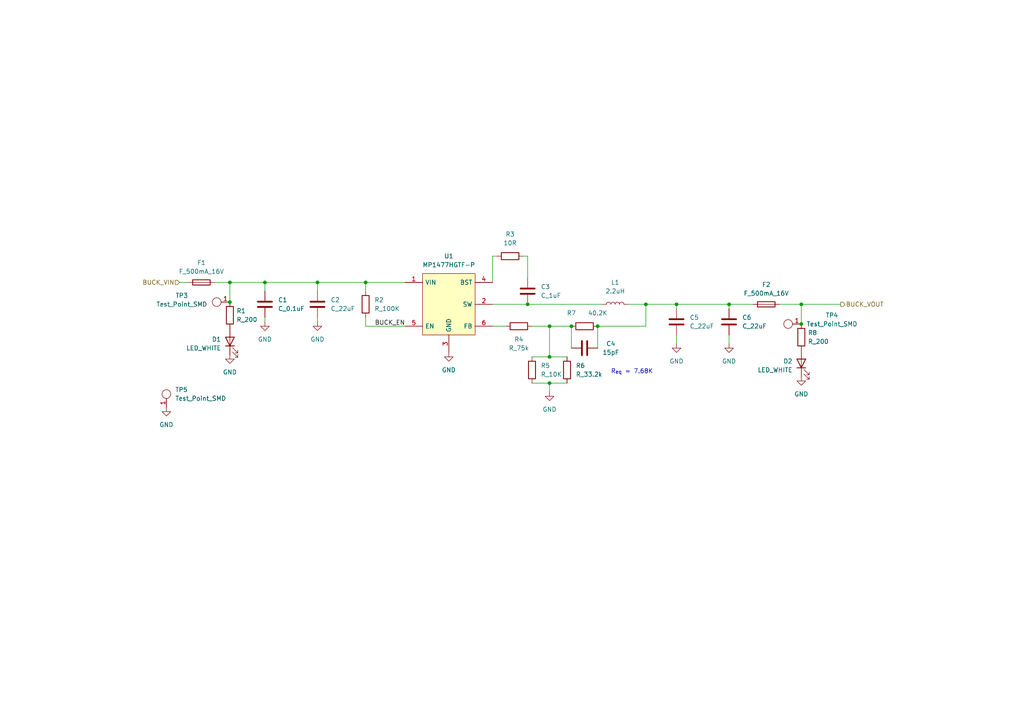
<source format=kicad_sch>
(kicad_sch (version 20211123) (generator eeschema)
  (paper "A4")
  (lib_symbols
    (symbol "Device:C" (pin_numbers hide) (pin_names (offset 0.254))
      (property "Reference" "C" (at 0.635 2.54 0))
      (property "Value" "C" (at 0.635 -2.54 0))
      (symbol "C_0_1"
        (polyline (pts (xy -2.032 -0.762) (xy 2.032 -0.762)) (stroke (width 0.508)))
        (polyline (pts (xy -2.032 0.762) (xy 2.032 0.762)) (stroke (width 0.508)))
      )
      (symbol "C_1_1"
        (pin passive line (at 0 3.81 270) (length 2.794) (name "~") (number "1"))
        (pin passive line (at 0 -3.81 90) (length 2.794) (name "~") (number "2"))
      )
    )
    (symbol "Device:L" (pin_numbers hide) (pin_names (offset 1.016) hide)
      (property "Reference" "L" (at -1.27 0 90))
      (property "Value" "L" (at 1.905 0 90))
      (symbol "L_0_1"
        (arc (start 0 -2.54) (mid 0.635 -1.905) (end 0 -1.27))
        (arc (start 0 -1.27) (mid 0.635 -0.635) (end 0 0))
        (arc (start 0 0) (mid 0.635 0.635) (end 0 1.27))
        (arc (start 0 1.27) (mid 0.635 1.905) (end 0 2.54))
      )
      (symbol "L_1_1"
        (pin passive line (at 0 3.81 270) (length 1.27) (name "1") (number "1"))
        (pin passive line (at 0 -3.81 90) (length 1.27) (name "2") (number "2"))
      )
    )
    (symbol "Device:R" (pin_numbers hide) (pin_names (offset 0))
      (property "Reference" "R" (at 2.032 0 90))
      (property "Value" "R" (at 0 0 90))
      (symbol "R_0_1"
        (rectangle (start -1.016 -2.54) (end 1.016 2.54) (stroke (width 0.254)))
      )
      (symbol "R_1_1"
        (pin passive line (at 0 3.81 270) (length 1.27) (name "~") (number "1"))
        (pin passive line (at 0 -3.81 90) (length 1.27) (name "~") (number "2"))
      )
    )
    (symbol "GND_1" (power) (pin_names (offset 0))
      (property "Value" "GND_1" (at 0 -3.81 0))
      (symbol "GND_1_0_1"
        (polyline (pts (xy 0 0) (xy 0 -1.27) (xy 1.27 -1.27) (xy 0 -2.54) (xy -1.27 -1.27) (xy 0 -1.27)))
      )
      (symbol "GND_1_1_1"
        (pin power_in line (at 0 0 270) (length 0) hide (name "GND") (number "1"))
      )
    )
    (symbol "GND_2" (power) (pin_names (offset 0))
      (property "Value" "GND_2" (at 0 -3.81 0))
      (symbol "GND_2_0_1"
        (polyline (pts (xy 0 0) (xy 0 -1.27) (xy 1.27 -1.27) (xy 0 -2.54) (xy -1.27 -1.27) (xy 0 -1.27)))
      )
      (symbol "GND_2_1_1"
        (pin power_in line (at 0 0 270) (length 0) hide (name "GND") (number "1"))
      )
    )
    (symbol "OEM:LED_WHITE" (pin_numbers hide) (pin_names (offset 1.016) hide)
      (property "Reference" "D" (at 0 2.54 0))
      (property "Value" "LED_WHITE" (at 0 -2.54 0))
      (symbol "LED_WHITE_0_1"
        (polyline (pts (xy -1.27 -1.27) (xy -1.27 1.27)) (stroke (width 0.254)))
        (polyline (pts (xy -1.27 0) (xy 1.27 0)))
        (polyline (pts (xy 1.27 -1.27) (xy 1.27 1.27) (xy -1.27 0) (xy 1.27 -1.27)) (stroke (width 0.254)))
        (polyline (pts (xy -3.048 -0.762) (xy -4.572 -2.286) (xy -3.81 -2.286) (xy -4.572 -2.286) (xy -4.572 -1.524)))
        (polyline (pts (xy -1.778 -0.762) (xy -3.302 -2.286) (xy -2.54 -2.286) (xy -3.302 -2.286) (xy -3.302 -1.524)))
      )
      (symbol "LED_WHITE_1_1"
        (pin passive line (at -3.81 0 0) (length 2.54) (name "K") (number "1"))
        (pin passive line (at 3.81 0 180) (length 2.54) (name "A") (number "2"))
      )
    )
    (symbol "formula:C_0.1uF" (pin_numbers hide) (pin_names (offset 0.254))
      (property "Reference" "C" (at 0.635 2.54 0))
      (property "Value" "C_0.1uF" (at 0.635 -2.54 0))
      (symbol "C_0.1uF_0_1"
        (polyline (pts (xy -2.032 -0.762) (xy 2.032 -0.762)) (stroke (width 0.508)))
        (polyline (pts (xy -2.032 0.762) (xy 2.032 0.762)) (stroke (width 0.508)))
      )
      (symbol "C_0.1uF_1_1"
        (pin passive line (at 0 3.81 270) (length 2.794) (name "~") (number "1"))
        (pin passive line (at 0 -3.81 90) (length 2.794) (name "~") (number "2"))
      )
    )
    (symbol "formula:C_1uF" (pin_numbers hide) (pin_names (offset 0.254))
      (property "Reference" "C" (at 0.635 3.81 0))
      (property "Value" "C_1uF" (at 0.635 -1.27 0))
      (symbol "C_1uF_0_1"
        (polyline (pts (xy -2.032 0.508) (xy 2.032 0.508)) (stroke (width 0.508)))
        (polyline (pts (xy -2.032 2.032) (xy 2.032 2.032)) (stroke (width 0.508)))
      )
      (symbol "C_1uF_1_1"
        (pin passive line (at 0 5.08 270) (length 2.794) (name "~") (number "1"))
        (pin passive line (at 0 -2.54 90) (length 2.794) (name "~") (number "2"))
      )
    )
    (symbol "formula:C_22uF" (pin_numbers hide) (pin_names (offset 0.254))
      (property "Reference" "C" (at 0.635 2.54 0))
      (property "Value" "C_22uF" (at 0.635 -2.54 0))
      (symbol "C_22uF_0_1"
        (polyline (pts (xy -2.032 -0.762) (xy 2.032 -0.762)) (stroke (width 0.508)))
        (polyline (pts (xy -2.032 0.762) (xy 2.032 0.762)) (stroke (width 0.508)))
      )
      (symbol "C_22uF_1_1"
        (pin passive line (at 0 3.81 270) (length 2.794) (name "~") (number "1"))
        (pin passive line (at 0 -3.81 90) (length 2.794) (name "~") (number "2"))
      )
    )
    (symbol "formula:F_500mA_16V" (pin_numbers hide) (pin_names (offset 0))
      (property "Reference" "F" (at 2.032 0 90))
      (property "Value" "F_500mA_16V" (at -1.905 0 90))
      (symbol "F_500mA_16V_0_1"
        (rectangle (start -0.762 -2.54) (end 0.762 2.54) (stroke (width 0.254)))
        (polyline (pts (xy 0 2.54) (xy 0 -2.54)))
      )
      (symbol "F_500mA_16V_1_1"
        (pin passive line (at 0 3.81 270) (length 1.27) (name "~") (number "1"))
        (pin passive line (at 0 -3.81 90) (length 1.27) (name "~") (number "2"))
      )
    )
    (symbol "formula:MP1477HGTF-P" (pin_names (offset 0.762))
      (property "Reference" "U" (at -7.62 12.7 0))
      (property "Value" "MP1477HGTF-P" (at -7.62 10.16 0))
      (symbol "MP1477HGTF-P_0_0"
        (pin passive line (at -12.7 6.35 0) (length 5.08) (name "VIN") (number "1"))
        (pin passive line (at 12.7 0 180) (length 5.08) (name "SW") (number "2"))
        (pin passive line (at 0 -13.97 90) (length 5.08) (name "GND") (number "3"))
        (pin passive line (at 12.7 6.35 180) (length 5.08) (name "BST") (number "4"))
        (pin passive line (at -12.7 -6.35 0) (length 5.08) (name "EN") (number "5"))
        (pin passive line (at 12.7 -6.35 180) (length 5.08) (name "FB") (number "6"))
      )
      (symbol "MP1477HGTF-P_0_1"
        (polyline (pts (xy -7.62 8.89) (xy 7.62 8.89) (xy 7.62 -8.89) (xy -7.62 -8.89) (xy -7.62 8.89)) (stroke (width 0.1524)) (fill (type background)))
      )
    )
    (symbol "formula:R_100K" (pin_numbers hide) (pin_names (offset 0))
      (property "Reference" "R" (at 2.032 0 90))
      (property "Value" "R_100K" (at -2.54 0 90))
      (symbol "R_100K_0_1"
        (rectangle (start -1.016 -2.54) (end 1.016 2.54) (stroke (width 0.254)))
      )
      (symbol "R_100K_1_1"
        (pin passive line (at 0 3.81 270) (length 1.27) (name "~") (number "1"))
        (pin passive line (at 0 -3.81 90) (length 1.27) (name "~") (number "2"))
      )
    )
    (symbol "formula:R_10K" (pin_numbers hide) (pin_names (offset 0))
      (property "Reference" "R" (at 2.032 0 90))
      (property "Value" "R_10K" (at -2.54 0 90))
      (symbol "R_10K_0_1"
        (rectangle (start -1.016 -2.54) (end 1.016 2.54) (stroke (width 0.254)))
      )
      (symbol "R_10K_1_1"
        (pin passive line (at 0 3.81 270) (length 1.27) (name "~") (number "1"))
        (pin passive line (at 0 -3.81 90) (length 1.27) (name "~") (number "2"))
      )
    )
    (symbol "formula:R_200" (pin_numbers hide) (pin_names (offset 0))
      (property "Reference" "R" (at 2.032 0 90))
      (property "Value" "R_200" (at -2.54 0 90))
      (symbol "R_200_0_1"
        (rectangle (start -1.016 -2.54) (end 1.016 2.54) (stroke (width 0.254)))
      )
      (symbol "R_200_1_1"
        (pin passive line (at 0 3.81 270) (length 1.27) (name "~") (number "1"))
        (pin passive line (at 0 -3.81 90) (length 1.27) (name "~") (number "2"))
      )
    )
    (symbol "formula:R_33.2k" (pin_numbers hide) (pin_names (offset 0))
      (property "Reference" "R" (at 2.032 0 90))
      (property "Value" "R_33.2k" (at -2.54 0 90))
      (symbol "R_33.2k_0_1"
        (rectangle (start -1.016 -2.54) (end 1.016 2.54) (stroke (width 0.254)))
      )
      (symbol "R_33.2k_1_1"
        (pin passive line (at 0 3.81 270) (length 1.27) (name "~") (number "1"))
        (pin passive line (at 0 -3.81 90) (length 1.27) (name "~") (number "2"))
      )
    )
    (symbol "formula:R_75k" (pin_numbers hide) (pin_names (offset 0))
      (property "Reference" "R" (at 2.032 0 90))
      (property "Value" "R_75k" (at -2.54 0 90))
      (symbol "R_75k_0_1"
        (rectangle (start -1.016 -2.54) (end 1.016 2.54) (stroke (width 0.254)))
      )
      (symbol "R_75k_1_1"
        (pin passive line (at 0 3.81 270) (length 1.27) (name "~") (number "1"))
        (pin passive line (at 0 -3.81 90) (length 1.27) (name "~") (number "2"))
      )
    )
    (symbol "formula:Test_Point_SMD" (pin_names (offset 1.016))
      (property "Reference" "TP" (at 0 7.62 0))
      (property "Value" "Test_Point_SMD" (at 1.27 5.08 0))
      (symbol "Test_Point_SMD_1_1"
        (circle (center 0 2.54) (radius 1.27))
        (pin input line (at 0 -1.27 90) (length 2.54) (name "~") (number "1"))
      )
    )
    (symbol "power:GND" (power) (pin_names (offset 0))
      (property "Value" "GND" (at 0 -3.81 0))
      (symbol "GND_0_1"
        (polyline (pts (xy 0 0) (xy 0 -1.27) (xy 1.27 -1.27) (xy 0 -2.54) (xy -1.27 -1.27) (xy 0 -1.27)))
      )
      (symbol "GND_1_1"
        (pin power_in line (at 0 0 270) (length 0) hide (name "GND") (number "1"))
      )
    )
  )
  (junction (at 232.41 93.98))
  (junction (at 66.675 87.63))
  (junction (at 173.355 94.615))
  (junction (at 196.215 88.265))
  (junction (at 211.455 88.265))
  (junction (at 159.385 94.615))
  (junction (at 232.41 88.265))
  (junction (at 106.045 81.915))
  (junction (at 165.735 94.615))
  (junction (at 153.035 88.265))
  (junction (at 187.325 88.265))
  (junction (at 76.835 81.915))
  (junction (at 159.385 103.505))
  (junction (at 159.385 111.125))
  (junction (at 66.675 81.915))
  (junction (at 92.075 81.915))
  (wire (pts (xy 187.325 88.265) (xy 196.215 88.265)))
  (wire (pts (xy 165.735 94.615) (xy 165.735 100.965)))
  (wire (pts (xy 144.145 74.295) (xy 142.875 74.295)))
  (wire (pts (xy 182.245 88.265) (xy 187.325 88.265)))
  (wire (pts (xy 211.455 97.155) (xy 211.455 99.695)))
  (wire (pts (xy 154.305 111.125) (xy 159.385 111.125)))
  (wire (pts (xy 106.045 81.915) (xy 117.475 81.915)))
  (wire (pts (xy 159.385 94.615) (xy 159.385 103.505)))
  (wire (pts (xy 154.305 94.615) (xy 159.385 94.615)))
  (wire (pts (xy 66.675 81.915) (xy 76.835 81.915)))
  (wire (pts (xy 66.675 81.915) (xy 66.675 87.63)))
  (wire (pts (xy 106.045 92.075) (xy 106.045 94.615)))
  (wire (pts (xy 187.325 88.265) (xy 187.325 94.615)))
  (wire (pts (xy 76.835 81.915) (xy 92.075 81.915)))
  (wire (pts (xy 226.06 88.265) (xy 232.41 88.265)))
  (wire (pts (xy 196.215 89.535) (xy 196.215 88.265)))
  (wire (pts (xy 232.41 88.265) (xy 232.41 93.98)))
  (wire (pts (xy 142.875 74.295) (xy 142.875 81.915)))
  (wire (pts (xy 92.075 81.915) (xy 106.045 81.915)))
  (wire (pts (xy 62.23 81.915) (xy 66.675 81.915)))
  (wire (pts (xy 153.035 88.265) (xy 174.625 88.265)))
  (wire (pts (xy 92.075 84.455) (xy 92.075 81.915)))
  (wire (pts (xy 106.045 81.915) (xy 106.045 84.455)))
  (wire (pts (xy 142.875 88.265) (xy 153.035 88.265)))
  (wire (pts (xy 211.455 88.265) (xy 218.44 88.265)))
  (wire (pts (xy 232.41 88.265) (xy 243.84 88.265)))
  (wire (pts (xy 76.835 84.455) (xy 76.835 81.915)))
  (wire (pts (xy 196.215 88.265) (xy 211.455 88.265)))
  (wire (pts (xy 153.035 74.295) (xy 153.035 80.645)))
  (wire (pts (xy 76.835 92.075) (xy 76.835 93.345)))
  (wire (pts (xy 106.045 94.615) (xy 117.475 94.615)))
  (wire (pts (xy 52.07 81.915) (xy 54.61 81.915)))
  (wire (pts (xy 211.455 89.535) (xy 211.455 88.265)))
  (wire (pts (xy 159.385 94.615) (xy 165.735 94.615)))
  (wire (pts (xy 159.385 111.125) (xy 164.465 111.125)))
  (wire (pts (xy 159.385 111.125) (xy 159.385 113.665)))
  (wire (pts (xy 151.765 74.295) (xy 153.035 74.295)))
  (wire (pts (xy 92.075 92.075) (xy 92.075 93.345)))
  (wire (pts (xy 173.355 94.615) (xy 173.355 100.965)))
  (wire (pts (xy 159.385 103.505) (xy 164.465 103.505)))
  (wire (pts (xy 142.875 94.615) (xy 146.685 94.615)))
  (wire (pts (xy 173.355 94.615) (xy 187.325 94.615)))
  (wire (pts (xy 196.215 97.155) (xy 196.215 99.695)))
  (wire (pts (xy 154.305 103.505) (xy 159.385 103.505)))
  (text "R_{eq} = 7.68K" (at 177.165 108.585 0) (effects (font (size 1.27 1.27)) (justify left bottom)))
  (label "BUCK_EN" (at 117.475 94.615 180))
  (hierarchical_label "BUCK_VOUT" (shape output) (at 243.84 88.265 0))
  (hierarchical_label "BUCK_VIN" (shape input) (at 52.07 81.915 180))
  (symbol (lib_name "GND_2") (lib_id "power:GND") (at 48.26 118.11 0) (unit 1)
    (property "Reference" "#PWR?" (effects hide))
    (property "Value" "GND" (at 48.26 123.19 0))
  )
  (symbol (lib_id "formula:R_100K") (at 106.045 88.265 0) (unit 1)
    (property "Reference" "R2" (at 108.585 86.9949 0) (effects (justify left)))
    (property "Value" "R_100K" (at 108.585 89.5349 0) (effects (justify left)))
    (property "Footprint" "footprints:R_0805_OEM" (effects hide))
    (property "Datasheet" "https://industrial.panasonic.com/cdbs/www-data/pdf/RDA0000/AOA0000C304.pdf" (effects hide))
    (property "MFN" "DK" (effects hide))
    (property "MPN" "P100KCCT-ND" (effects hide))
    (property "PurchasingLink" "https://www.digikey.com/product-detail/en/panasonic-electronic-components/ERJ-6ENF1003V/P100KCCT-ND/119551" (effects hide))
  )
  (symbol (lib_id "formula:MP1477HGTF-P") (at 130.175 88.265 0) (unit 1)
    (property "Reference" "U1" (at 130.175 74.295 0))
    (property "Value" "MP1477HGTF-P" (at 130.175 76.835 0))
    (property "Footprint" "footprints:SOTFL50P160X60-6N" (effects hide))
    (property "Datasheet" "https://www.mouser.com/datasheet/2/277/MP1477H-2945475.pdf" (effects hide))
    (property "Description" "Switching Voltage Regulators 3A, 4.2-17V, 1.2MHz, High-Efficiency, Synchronous, Step-Down Converter In SOT 563" (effects hide))
    (property "Height" "0.6" (effects hide))
    (property "Mouser Part Number" "946-MP1477HGTF-P" (effects hide))
    (property "Mouser Price/Stock" "https://www.mouser.co.uk/ProductDetail/Monolithic-Power-Systems-MPS/MP1477HGTF-P?qs=fAHHVMwC%252BbgQVX6VldKIEg%3D%3D" (effects hide))
    (property "Manufacturer_Name" "Monolithic Power Systems (MPS)" (effects hide))
    (property "Manufacturer_Part_Number" "MP1477HGTF-P" (effects hide))
    (property "MPN" "MP1477HGTF-P" (effects hide))
  )
  (symbol (lib_id "formula:C_22uF") (at 92.075 88.265 0) (unit 1)
    (property "Reference" "C2" (at 95.885 86.9949 0) (effects (justify left)))
    (property "Value" "C_22uF" (at 95.885 89.5349 0) (effects (justify left)))
    (property "Footprint" "footprints:C_1206_OEM" (effects hide))
    (property "Datasheet" "https://product.tdk.com/info/en/catalog/datasheets/mlcc_commercial_general_en.pdf" (effects hide))
    (property "MFN" "DK" (effects hide))
    (property "MPN" "445-11693-1-ND" (effects hide))
    (property "PurchasingLink" "https://www.digikey.com/product-detail/en/tdk-corporation/C3216JB1C226M160AB/445-11693-1-ND/3953359" (effects hide))
  )
  (symbol (lib_id "formula:F_500mA_16V") (at 58.42 81.915 90) (unit 1)
    (property "Reference" "F1" (at 58.42 76.2 90))
    (property "Value" "F_500mA_16V" (at 58.42 78.74 90))
    (property "Footprint" "footprints:Fuse_1210" (effects hide))
    (property "Datasheet" "https://belfuse.com/resources/CircuitProtection/datasheets/0ZCH%20Nov2016.pdf" (effects hide))
    (property "MFN" "DK" (effects hide))
    (property "MPN" "507-1786-1-ND" (effects hide))
    (property "PurchasingLink" "https://www.digikey.com/product-detail/en/bel-fuse-inc/0ZCH0050FF2G/507-1786-1-ND/4156209" (effects hide))
  )
  (symbol (lib_id "formula:R_200") (at 66.675 91.44 180) (unit 1)
    (property "Reference" "R1" (at 68.58 90.1699 0) (effects (justify right)))
    (property "Value" "R_200" (at 68.58 92.7099 0) (effects (justify right)))
    (property "Footprint" "footprints:R_0805_OEM" (effects hide))
    (property "Datasheet" "https://www.seielect.com/Catalog/SEI-RMCF_RMCP.pdf" (effects hide))
    (property "MFN" "DK" (effects hide))
    (property "MPN" "RMCF0805JT200RCT-ND" (effects hide))
    (property "PurchasingLink" "https://www.digikey.com/products/en?keywords=RMCF0805JT200RCT-ND" (effects hide))
  )
  (symbol (lib_id "power:GND") (at 76.835 93.345 0) (unit 1)
    (property "Reference" "#PWR?" (effects hide))
    (property "Value" "GND" (at 76.835 98.425 0))
  )
  (symbol (lib_id "OEM:LED_WHITE") (at 232.41 105.41 90) (unit 1)
    (property "Reference" "D2" (at 229.87 104.775 90) (effects (justify left)))
    (property "Value" "LED_WHITE" (at 229.87 107.315 90) (effects (justify left)))
    (property "Footprint" "OEM:CHIPLED_0805" (effects hide))
  )
  (symbol (lib_id "formula:F_500mA_16V") (at 222.25 88.265 90) (unit 1)
    (property "Reference" "F2" (at 222.25 82.55 90))
    (property "Value" "F_500mA_16V" (at 222.25 85.09 90))
    (property "Footprint" "footprints:Fuse_1210" (effects hide))
    (property "Datasheet" "https://belfuse.com/resources/CircuitProtection/datasheets/0ZCH%20Nov2016.pdf" (effects hide))
    (property "MFN" "DK" (effects hide))
    (property "MPN" "507-1786-1-ND" (effects hide))
    (property "PurchasingLink" "https://www.digikey.com/product-detail/en/bel-fuse-inc/0ZCH0050FF2G/507-1786-1-ND/4156209" (effects hide))
  )
  (symbol (lib_id "formula:Test_Point_SMD") (at 65.405 87.63 90) (unit 1)
    (property "Reference" "TP3" (at 52.705 85.725 90))
    (property "Value" "Test_Point_SMD" (at 52.705 88.265 90))
    (property "Footprint" "footprints:Test_Point_SMD" (effects hide))
  )
  (symbol (lib_id "Device:R") (at 147.955 74.295 90) (unit 1)
    (property "Reference" "R3" (at 147.955 67.945 90))
    (property "Value" "10R" (at 147.955 70.485 90))
    (property "Footprint" "footprints:R_0805_OEM" (effects hide))
  )
  (symbol (lib_id "power:GND") (at 92.075 93.345 0) (unit 1)
    (property "Reference" "#PWR?" (effects hide))
    (property "Value" "GND" (at 92.075 98.425 0))
  )
  (symbol (lib_id "formula:Test_Point_SMD") (at 48.26 116.84 0) (unit 1)
    (property "Reference" "TP5" (at 50.8 113.0299 0) (effects (justify left)))
    (property "Value" "Test_Point_SMD" (at 50.8 115.5699 0) (effects (justify left)))
    (property "Footprint" "footprints:Test_Point_SMD" (effects hide))
  )
  (symbol (lib_id "power:GND") (at 159.385 113.665 0) (unit 1)
    (property "Reference" "#PWR?" (effects hide))
    (property "Value" "GND" (at 159.385 118.745 0))
  )
  (symbol (lib_id "formula:Test_Point_SMD") (at 231.14 93.98 90) (unit 1)
    (property "Reference" "TP4" (at 241.3 91.44 90))
    (property "Value" "Test_Point_SMD" (at 241.3 93.98 90))
    (property "Footprint" "footprints:Test_Point_SMD" (effects hide))
  )
  (symbol (lib_id "Device:R") (at 169.545 94.615 90) (unit 1)
    (property "Reference" "R7" (at 165.735 90.805 90))
    (property "Value" "40.2K" (at 173.355 90.805 90))
    (property "Footprint" "footprints:R_0805_OEM" (effects hide))
  )
  (symbol (lib_id "formula:C_0.1uF") (at 76.835 88.265 0) (unit 1)
    (property "Reference" "C1" (at 80.645 86.9949 0) (effects (justify left)))
    (property "Value" "C_0.1uF" (at 80.645 89.5349 0) (effects (justify left)))
    (property "Footprint" "footprints:C_0805_OEM" (effects hide))
    (property "Datasheet" "http://datasheets.avx.com/X7RDielectric.pdf" (effects hide))
    (property "MFN" "DK" (effects hide))
    (property "MPN" "478-3352-1-ND" (effects hide))
    (property "PurchasingLink" "https://www.digikey.com/products/en?keywords=478-3352-1-ND" (effects hide))
  )
  (symbol (lib_id "OEM:LED_WHITE") (at 66.675 99.06 90) (unit 1)
    (property "Reference" "D1" (at 64.135 98.425 90) (effects (justify left)))
    (property "Value" "LED_WHITE" (at 64.135 100.965 90) (effects (justify left)))
    (property "Footprint" "OEM:CHIPLED_0805" (effects hide))
  )
  (symbol (lib_id "power:GND") (at 196.215 99.695 0) (unit 1)
    (property "Reference" "#PWR?" (effects hide))
    (property "Value" "GND" (at 196.215 104.775 0))
  )
  (symbol (lib_id "Device:L") (at 178.435 88.265 90) (unit 1)
    (property "Reference" "L1" (at 178.435 81.915 90))
    (property "Value" "2.2uH" (at 178.435 84.455 90))
    (property "Footprint" "footprints:IND_SPM6530T-2R2M" (effects hide))
    (property "Datasheet" "https://product.tdk.com/en/system/files?file=dam/doc/product/inductor/inductor/smd/catalog/inductor_commercial_power_spm6530_en.pdf" (effects hide))
  )
  (symbol (lib_id "Device:C") (at 169.545 100.965 90) (unit 1)
    (property "Reference" "C4" (at 177.165 99.695 90))
    (property "Value" "15pF" (at 177.165 102.235 90))
    (property "Footprint" "footprints:C_0805_OEM" (effects hide))
  )
  (symbol (lib_id "formula:C_22uF") (at 196.215 93.345 0) (unit 1)
    (property "Reference" "C5" (at 200.025 92.0749 0) (effects (justify left)))
    (property "Value" "C_22uF" (at 200.025 94.6149 0) (effects (justify left)))
    (property "Footprint" "footprints:C_1206_OEM" (effects hide))
    (property "Datasheet" "https://product.tdk.com/info/en/catalog/datasheets/mlcc_commercial_general_en.pdf" (effects hide))
    (property "MFN" "DK" (effects hide))
    (property "MPN" "445-11693-1-ND" (effects hide))
    (property "PurchasingLink" "https://www.digikey.com/product-detail/en/tdk-corporation/C3216JB1C226M160AB/445-11693-1-ND/3953359" (effects hide))
  )
  (symbol (lib_id "power:GND") (at 130.175 102.235 0) (unit 1)
    (property "Reference" "#PWR?" (effects hide))
    (property "Value" "GND" (at 130.175 107.315 0))
  )
  (symbol (lib_id "power:GND") (at 211.455 99.695 0) (unit 1)
    (property "Reference" "#PWR?" (effects hide))
    (property "Value" "GND" (at 211.455 104.775 0))
  )
  (symbol (lib_id "formula:R_200") (at 232.41 97.79 180) (unit 1)
    (property "Reference" "R8" (at 234.315 96.5199 0) (effects (justify right)))
    (property "Value" "R_200" (at 234.315 99.0599 0) (effects (justify right)))
    (property "Footprint" "footprints:R_0805_OEM" (effects hide))
    (property "Datasheet" "https://www.seielect.com/Catalog/SEI-RMCF_RMCP.pdf" (effects hide))
    (property "MFN" "DK" (effects hide))
    (property "MPN" "RMCF0805JT200RCT-ND" (effects hide))
    (property "PurchasingLink" "https://www.digikey.com/products/en?keywords=RMCF0805JT200RCT-ND" (effects hide))
  )
  (symbol (lib_id "formula:C_22uF") (at 211.455 93.345 0) (unit 1)
    (property "Reference" "C6" (at 215.265 92.0749 0) (effects (justify left)))
    (property "Value" "C_22uF" (at 215.265 94.6149 0) (effects (justify left)))
    (property "Footprint" "footprints:C_1206_OEM" (effects hide))
    (property "Datasheet" "https://product.tdk.com/info/en/catalog/datasheets/mlcc_commercial_general_en.pdf" (effects hide))
    (property "MFN" "DK" (effects hide))
    (property "MPN" "445-11693-1-ND" (effects hide))
    (property "PurchasingLink" "https://www.digikey.com/product-detail/en/tdk-corporation/C3216JB1C226M160AB/445-11693-1-ND/3953359" (effects hide))
  )
  (symbol (lib_name "GND_1") (lib_id "power:GND") (at 66.675 102.87 0) (unit 1)
    (property "Reference" "#PWR?" (effects hide))
    (property "Value" "GND" (at 66.675 107.95 0))
  )
  (symbol (lib_id "formula:C_1uF") (at 153.035 85.725 0) (unit 1)
    (property "Reference" "C3" (at 156.845 83.1849 0) (effects (justify left)))
    (property "Value" "C_1uF" (at 156.845 85.7249 0) (effects (justify left)))
    (property "Footprint" "footprints:C_0805_OEM" (effects hide))
    (property "Datasheet" "https://media.digikey.com/pdf/Data%20Sheets/Samsung%20PDFs/CL21B105KBFNNNG_Spec.pdf" (effects hide))
    (property "PurchasingLink" "https://www.digikey.com/en/products/detail/samsung-electro-mechanics/CL21B105KBFNNNG/3894467" (effects hide))
    (property "MFN" "DK" (effects hide))
    (property "MPN" "1276-6470-1-ND" (effects hide))
  )
  (symbol (lib_id "formula:R_75k") (at 150.495 94.615 90) (unit 1)
    (property "Reference" "R4" (at 150.495 98.425 90))
    (property "Value" "R_75k" (at 150.495 100.965 90))
    (property "Footprint" "footprints:R_0805_OEM" (effects hide))
  )
  (symbol (lib_name "GND_1") (lib_id "power:GND") (at 232.41 109.22 0) (unit 1)
    (property "Reference" "#PWR?" (effects hide))
    (property "Value" "GND" (at 232.41 114.3 0))
  )
  (symbol (lib_id "formula:R_10K") (at 154.305 107.315 0) (unit 1)
    (property "Reference" "R5" (at 156.845 106.0449 0) (effects (justify left)))
    (property "Value" "R_10K" (at 156.845 108.5849 0) (effects (justify left)))
    (property "Footprint" "footprints:R_0805_OEM" (effects hide))
    (property "Datasheet" "http://www.bourns.com/data/global/pdfs/CRS.pdf" (effects hide))
    (property "MFN" "DK" (effects hide))
    (property "MPN" "CRS0805-FX-1002ELFCT-ND" (effects hide))
    (property "PurchasingLink" "https://www.digikey.com/products/en?keywords=CRS0805-FX-1002ELFCT-ND" (effects hide))
  )
  (symbol (lib_id "formula:R_33.2k") (at 164.465 107.315 0) (unit 1)
    (property "Reference" "R6" (at 167.005 106.0449 0) (effects (justify left)))
    (property "Value" "R_33.2k" (at 167.005 108.5849 0) (effects (justify left)))
    (property "Footprint" "footprints:R_0805_OEM" (effects hide))
    (property "MFN" "TE" (effects hide))
    (property "MPN" "5-2176093-2" (effects hide))
    (property "PurchasingLink" "https://www.digikey.com/en/products/detail/te-connectivity-passive-product/5-2176093-2/4034157" (effects hide))
  )
)
</source>
